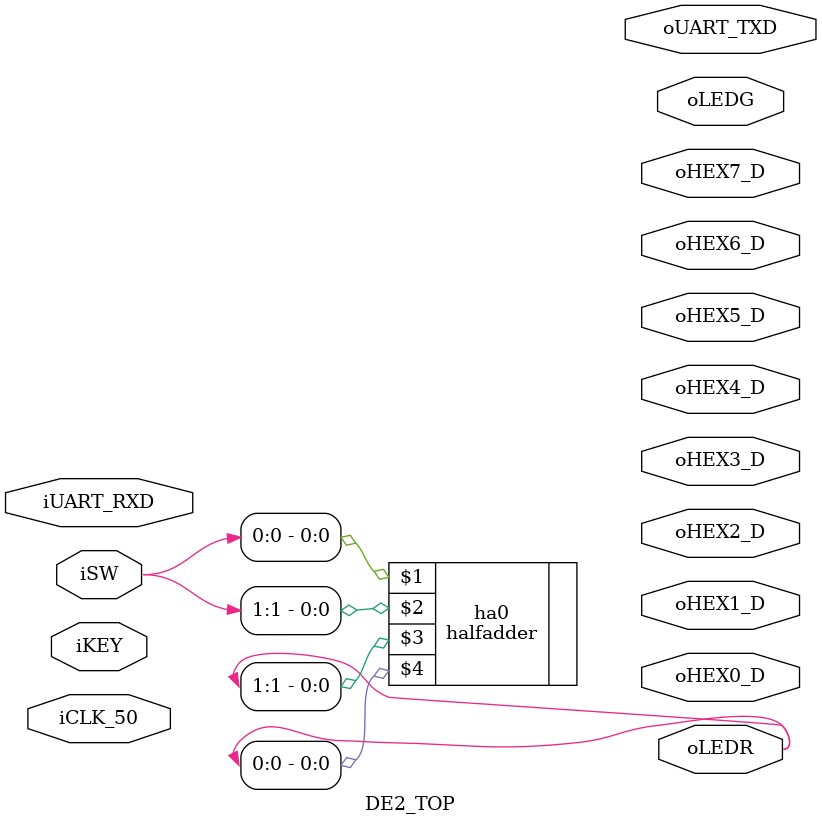
<source format=sv>

module DE2_TOP (
////////////////////////	Clock Input	 	////////////////////////
  input logic	iCLK_50,				//	50 MHz
////////////////////////	Push Button		////////////////////////
  input logic [3:0] iKEY,				//	Pushbutton[3:0]
////////////////////////	DPDT Switch		////////////////////////
  input logic [17:0] iSW,				//	Toggle Switch[17:0]
////////////////////////	7-SEG Dispaly	////////////////////////
  output logic [6:0] oHEX0_D,				//	Seven Segment Digit 0
  output logic [6:0] oHEX1_D,				//	Seven Segment Digit 1
  output logic [6:0] oHEX2_D,				//	Seven Segment Digit 2
  output logic [6:0] oHEX3_D,				//	Seven Segment Digit 3
  output logic [6:0] oHEX4_D,				//	Seven Segment Digit 4
  output logic [6:0] oHEX5_D,				//	Seven Segment Digit 5
  output logic [6:0] oHEX6_D,				//	Seven Segment Digit 6
  output logic [6:0] oHEX7_D,				//	Seven Segment Digit 7
////////////////////////////	LED		////////////////////////////
  output logic [7:0] oLEDG,				//	LED Green[8:0]
  output logic [17:0] oLEDR,				//	LED Red[17:0]
////////////////////////////	UART	////////////////////////////
  output logic oUART_TXD,				//	UART Transmitter
  input logic iUART_RXD					//	UART Receiver
);

//===========================================================================
// PARAMETER declarations
//===========================================================================


///////////////////////////////////////////////////////////////////
//=============================================================================
// REG/WIRE declarations
//=============================================================================



//=============================================================================
// Structural coding
//=============================================================================
  halfadder ha0(iSW[0],iSW[1],oLEDR[1],oLEDR[0]);

endmodule


</source>
